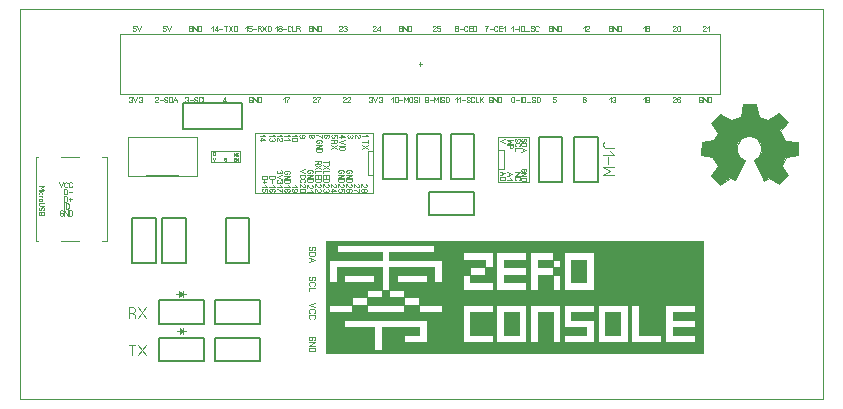
<source format=gbr>
%FSLAX34Y34*%
%MOMM*%
%LNCOPPER_BOTTOM*%
G71*
G01*
%ADD10C, 0.00*%
%ADD11C, 0.10*%
%ADD12C, 0.06*%
%ADD13C, 0.03*%
%ADD14C, 0.00*%
%ADD15C, 0.15*%
%ADD16C, 0.11*%
%ADD17R, 0.50X0.50*%
%ADD18C, 0.07*%
%LPD*%
G54D10*
X0Y1000000D02*
X680000Y1000000D01*
X680000Y670000D01*
X0Y670000D01*
X0Y1000000D01*
G54D11*
X338931Y955675D02*
X338931Y952500D01*
G54D11*
X337344Y954088D02*
X340519Y954088D01*
G54D11*
X84931Y979488D02*
X592931Y979488D01*
X592931Y928688D01*
X84931Y928688D01*
X84931Y979488D01*
G54D11*
X298813Y844337D02*
X199197Y844338D01*
G54D11*
X298813Y895733D02*
X199197Y895733D01*
G54D11*
X298813Y844337D02*
X298813Y895733D01*
G54D11*
X199197Y844338D02*
X199197Y895733D01*
G54D11*
X298813Y860212D02*
X294844Y860212D01*
G54D11*
X298813Y879858D02*
X294844Y879858D01*
G54D11*
X294844Y860212D02*
X294844Y879858D01*
G54D12*
X292480Y894153D02*
X294147Y892486D01*
X289702Y892486D01*
G54D12*
X283352Y891486D02*
X283352Y894153D01*
X283630Y894153D01*
X284186Y893819D01*
X285852Y891819D01*
X286408Y891486D01*
X286964Y891486D01*
X287519Y891819D01*
X287797Y892486D01*
X287797Y893153D01*
X287519Y893819D01*
X286964Y894153D01*
G54D12*
X280614Y894153D02*
X281169Y893819D01*
X281447Y893153D01*
X281447Y892486D01*
X281169Y891819D01*
X280614Y891486D01*
X280058Y891486D01*
X279502Y891819D01*
X279225Y892486D01*
X278947Y891819D01*
X278391Y891486D01*
X277836Y891486D01*
X277280Y891819D01*
X277002Y892486D01*
X277002Y893153D01*
X277280Y893819D01*
X277836Y894153D01*
G54D12*
X270256Y892153D02*
X274700Y892153D01*
X271922Y894153D01*
X271367Y894153D01*
X271367Y891486D01*
G54D12*
X267953Y891486D02*
X267953Y894153D01*
X266009Y894153D01*
X266009Y893819D01*
X266286Y893153D01*
X266286Y892486D01*
X266009Y891819D01*
X265453Y891486D01*
X264342Y891486D01*
X263786Y891819D01*
X263509Y892486D01*
X263509Y893153D01*
X263786Y893819D01*
X264342Y894153D01*
G54D12*
X260770Y891486D02*
X261325Y891819D01*
X261603Y892486D01*
X261603Y893153D01*
X261325Y893819D01*
X260770Y894153D01*
X259381Y894153D01*
X259103Y894153D01*
X259659Y893153D01*
X259659Y892486D01*
X259381Y891819D01*
X258825Y891486D01*
X257992Y891486D01*
X257436Y891819D01*
X257159Y892486D01*
X257159Y893153D01*
X257436Y893819D01*
X257992Y894153D01*
X259381Y894153D01*
G54D12*
X255253Y894153D02*
X255253Y891486D01*
X254698Y891819D01*
X253864Y892486D01*
X252753Y893153D01*
X251920Y893486D01*
X250809Y893486D01*
G54D12*
X246681Y892486D02*
X246681Y893153D01*
X246959Y893819D01*
X247514Y894153D01*
X248070Y894153D01*
X248625Y893819D01*
X248903Y893153D01*
X248903Y892486D01*
X248625Y891819D01*
X248070Y891486D01*
X247514Y891486D01*
X246959Y891819D01*
X246681Y892486D01*
X246403Y891819D01*
X245848Y891486D01*
X245292Y891486D01*
X244736Y891819D01*
X244459Y892486D01*
X244459Y893153D01*
X244736Y893819D01*
X245292Y894153D01*
X245848Y894153D01*
X246403Y893819D01*
X246681Y893153D01*
G54D12*
X237354Y894153D02*
X236799Y893819D01*
X236521Y893153D01*
X236521Y892486D01*
X236799Y891819D01*
X237354Y891486D01*
X238744Y891486D01*
X239021Y891486D01*
X238466Y892486D01*
X238466Y893153D01*
X238744Y893819D01*
X239299Y894153D01*
X240132Y894153D01*
X240688Y893819D01*
X240966Y893153D01*
X240966Y892486D01*
X240688Y891819D01*
X240132Y891486D01*
X238744Y891486D01*
G54D12*
X232949Y894153D02*
X234616Y892486D01*
X230171Y892486D01*
G54D12*
X233782Y888597D02*
X231004Y888597D01*
X230449Y888930D01*
X230171Y889597D01*
X230171Y890264D01*
X230449Y890930D01*
X231004Y891264D01*
X233782Y891264D01*
X234338Y890930D01*
X234616Y890264D01*
X234616Y889597D01*
X234338Y888930D01*
X233782Y888597D01*
G54D12*
X226599Y894153D02*
X228266Y892486D01*
X223821Y892486D01*
G54D12*
X226599Y891264D02*
X228266Y889597D01*
X223821Y889597D01*
G54D12*
X220249Y894153D02*
X221916Y892486D01*
X217471Y892486D01*
G54D12*
X217471Y888597D02*
X217471Y891264D01*
X217749Y891264D01*
X218304Y890930D01*
X219971Y888930D01*
X220527Y888597D01*
X221082Y888597D01*
X221638Y888930D01*
X221916Y889597D01*
X221916Y890264D01*
X221638Y890930D01*
X221082Y891264D01*
G54D12*
X213899Y894153D02*
X215566Y892486D01*
X211121Y892486D01*
G54D12*
X214732Y891264D02*
X215288Y890930D01*
X215566Y890264D01*
X215566Y889597D01*
X215288Y888930D01*
X214732Y888597D01*
X214177Y888597D01*
X213621Y888930D01*
X213344Y889597D01*
X213066Y888930D01*
X212510Y888597D01*
X211955Y888597D01*
X211399Y888930D01*
X211121Y889597D01*
X211121Y890264D01*
X211399Y890930D01*
X211954Y891264D01*
G54D12*
X205962Y894153D02*
X207628Y892486D01*
X203184Y892486D01*
G54D12*
X203184Y889264D02*
X207628Y889264D01*
X204850Y891264D01*
X204295Y891264D01*
X204295Y888597D01*
G54D12*
X207549Y851290D02*
X209216Y849623D01*
X204771Y849623D01*
G54D12*
X209216Y845734D02*
X209216Y848401D01*
X207271Y848401D01*
X207271Y848068D01*
X207549Y847401D01*
X207549Y846734D01*
X207271Y846068D01*
X206716Y845734D01*
X205604Y845734D01*
X205049Y846068D01*
X204771Y846734D01*
X204771Y847401D01*
X205049Y848068D01*
X205605Y848401D01*
G54D12*
X213899Y851290D02*
X215566Y849623D01*
X211121Y849623D01*
G54D12*
X214732Y845734D02*
X215288Y846068D01*
X215566Y846734D01*
X215566Y847401D01*
X215288Y848068D01*
X214732Y848401D01*
X213344Y848401D01*
X213066Y848401D01*
X213621Y847401D01*
X213621Y846734D01*
X213344Y846068D01*
X212788Y845734D01*
X211955Y845734D01*
X211399Y846068D01*
X211121Y846734D01*
X211121Y847401D01*
X211399Y848068D01*
X211955Y848401D01*
X213344Y848401D01*
G54D12*
X220249Y851290D02*
X221916Y849623D01*
X217471Y849623D01*
G54D12*
X221916Y848401D02*
X221916Y845734D01*
X221360Y846068D01*
X220527Y846734D01*
X219416Y847401D01*
X218582Y847734D01*
X217471Y847734D01*
G54D12*
X226599Y851290D02*
X228266Y849623D01*
X223821Y849623D01*
G54D12*
X226044Y846734D02*
X226044Y847401D01*
X226321Y848068D01*
X226877Y848401D01*
X227432Y848401D01*
X227988Y848068D01*
X228266Y847401D01*
X228266Y846734D01*
X227988Y846068D01*
X227432Y845734D01*
X226877Y845734D01*
X226321Y846068D01*
X226044Y846734D01*
X225766Y846068D01*
X225210Y845734D01*
X224654Y845734D01*
X224099Y846068D01*
X223821Y846734D01*
X223821Y847401D01*
X224099Y848068D01*
X224654Y848401D01*
X225210Y848401D01*
X225766Y848068D01*
X226044Y847401D01*
G54D12*
X232949Y851290D02*
X234616Y849623D01*
X230171Y849623D01*
G54D12*
X231004Y848401D02*
X230449Y848068D01*
X230171Y847401D01*
X230171Y846734D01*
X230449Y846068D01*
X231004Y845734D01*
X232394Y845734D01*
X232671Y845734D01*
X232116Y846734D01*
X232116Y847401D01*
X232394Y848068D01*
X232949Y848401D01*
X233782Y848401D01*
X234338Y848068D01*
X234616Y847401D01*
X234616Y846734D01*
X234338Y846068D01*
X233782Y845734D01*
X232394Y845734D01*
G54D12*
X236918Y849417D02*
X236918Y852084D01*
X237196Y852084D01*
X237752Y851751D01*
X239418Y849751D01*
X239974Y849417D01*
X240529Y849417D01*
X241085Y849751D01*
X241362Y850417D01*
X241362Y851084D01*
X241085Y851750D01*
X240529Y852084D01*
G54D12*
X240529Y845528D02*
X237751Y845528D01*
X237196Y845862D01*
X236918Y846528D01*
X236918Y847195D01*
X237196Y847862D01*
X237752Y848195D01*
X240529Y848195D01*
X241085Y847862D01*
X241362Y847195D01*
X241362Y846528D01*
X241085Y845862D01*
X240529Y845528D01*
G54D12*
X243268Y848623D02*
X243268Y851290D01*
X243546Y851290D01*
X244101Y850957D01*
X245768Y848957D01*
X246324Y848623D01*
X246879Y848623D01*
X247435Y848957D01*
X247712Y849623D01*
X247713Y850290D01*
X247435Y850957D01*
X246879Y851290D01*
G54D12*
X246046Y847401D02*
X247712Y845734D01*
X243268Y845734D01*
G54D12*
X250015Y849417D02*
X250015Y852084D01*
X250293Y852084D01*
X250848Y851751D01*
X252515Y849751D01*
X253071Y849417D01*
X253626Y849417D01*
X254182Y849751D01*
X254459Y850417D01*
X254459Y851084D01*
X254182Y851751D01*
X253626Y852084D01*
G54D12*
X250015Y845528D02*
X250015Y848195D01*
X250293Y848195D01*
X250848Y847862D01*
X252515Y845862D01*
X253071Y845528D01*
X253626Y845528D01*
X254182Y845862D01*
X254459Y846528D01*
X254459Y847195D01*
X254182Y847862D01*
X253626Y848195D01*
G54D12*
X256762Y849417D02*
X256762Y852084D01*
X257040Y852084D01*
X257595Y851751D01*
X259262Y849750D01*
X259817Y849417D01*
X260373Y849417D01*
X260928Y849751D01*
X261206Y850417D01*
X261206Y851084D01*
X260929Y851751D01*
X260373Y852084D01*
G54D12*
X260373Y848195D02*
X260929Y847862D01*
X261206Y847195D01*
X261206Y846528D01*
X260928Y845862D01*
X260373Y845528D01*
X259817Y845528D01*
X259262Y845862D01*
X258984Y846528D01*
X258706Y845862D01*
X258151Y845528D01*
X257595Y845528D01*
X257040Y845862D01*
X256762Y846528D01*
X256762Y847195D01*
X257040Y847862D01*
X257595Y848195D01*
G54D12*
X263112Y849417D02*
X263112Y852084D01*
X263390Y852084D01*
X263945Y851751D01*
X265612Y849751D01*
X266167Y849417D01*
X266723Y849417D01*
X267278Y849751D01*
X267556Y850417D01*
X267556Y851084D01*
X267278Y851751D01*
X266723Y852084D01*
G54D12*
X263112Y846195D02*
X267556Y846195D01*
X264778Y848195D01*
X264223Y848195D01*
X264223Y845528D01*
G54D12*
X269462Y849417D02*
X269462Y852084D01*
X269740Y852084D01*
X270295Y851751D01*
X271962Y849751D01*
X272517Y849417D01*
X273073Y849417D01*
X273628Y849751D01*
X273906Y850417D01*
X273906Y851084D01*
X273629Y851750D01*
X273073Y852084D01*
G54D12*
X273906Y845528D02*
X273906Y848195D01*
X271962Y848195D01*
X271962Y847862D01*
X272240Y847195D01*
X272240Y846528D01*
X271962Y845862D01*
X271406Y845528D01*
X270295Y845528D01*
X269740Y845862D01*
X269462Y846528D01*
X269462Y847195D01*
X269740Y847862D01*
X270295Y848195D01*
G54D12*
X276209Y849417D02*
X276209Y852084D01*
X276486Y852084D01*
X277042Y851750D01*
X278709Y849751D01*
X279264Y849417D01*
X279820Y849417D01*
X280375Y849751D01*
X280653Y850417D01*
X280653Y851084D01*
X280375Y851750D01*
X279820Y852084D01*
G54D12*
X279820Y845528D02*
X280375Y845862D01*
X280653Y846528D01*
X280653Y847195D01*
X280375Y847862D01*
X279820Y848195D01*
X278431Y848195D01*
X278153Y848195D01*
X278709Y847195D01*
X278709Y846528D01*
X278431Y845862D01*
X277875Y845528D01*
X277042Y845528D01*
X276486Y845862D01*
X276209Y846528D01*
X276209Y847195D01*
X276486Y847862D01*
X277042Y848195D01*
X278431Y848195D01*
G54D12*
X282559Y849417D02*
X282559Y852084D01*
X282836Y852084D01*
X283392Y851751D01*
X285059Y849751D01*
X285614Y849417D01*
X286170Y849417D01*
X286725Y849750D01*
X287003Y850417D01*
X287003Y851084D01*
X286725Y851751D01*
X286170Y852084D01*
G54D12*
X287003Y848195D02*
X287003Y845528D01*
X286448Y845862D01*
X285614Y846528D01*
X284503Y847195D01*
X283670Y847528D01*
X282559Y847528D01*
G54D12*
X288909Y849417D02*
X288909Y852084D01*
X289186Y852084D01*
X289742Y851751D01*
X291409Y849751D01*
X291964Y849417D01*
X292520Y849417D01*
X293075Y849751D01*
X293353Y850417D01*
X293353Y851084D01*
X293075Y851751D01*
X292520Y852084D01*
G54D12*
X291131Y846528D02*
X291131Y847195D01*
X291409Y847862D01*
X291964Y848195D01*
X292520Y848195D01*
X293075Y847862D01*
X293353Y847195D01*
X293353Y846528D01*
X293075Y845862D01*
X292520Y845528D01*
X291964Y845528D01*
X291409Y845862D01*
X291131Y846528D01*
X290853Y845862D01*
X290298Y845528D01*
X289742Y845528D01*
X289186Y845862D01*
X288909Y846528D01*
X288909Y847195D01*
X289186Y847862D01*
X289742Y848195D01*
X290298Y848195D01*
X290853Y847862D01*
X291131Y847195D01*
G54D12*
X256762Y870594D02*
X261206Y870594D01*
G54D12*
X261206Y871928D02*
X261206Y869261D01*
G54D12*
X261206Y868039D02*
X256762Y864705D01*
G54D12*
X256762Y868039D02*
X261206Y864705D01*
G54D12*
X261206Y863484D02*
X256762Y863484D01*
X256762Y861150D01*
G54D12*
X256762Y857595D02*
X256762Y859929D01*
X261206Y859929D01*
X261206Y857595D01*
G54D12*
X258984Y859929D02*
X258984Y857595D01*
G54D12*
X256762Y856374D02*
X261206Y856374D01*
X261206Y854707D01*
X260928Y854040D01*
X260373Y853707D01*
X257595Y853707D01*
X257040Y854040D01*
X256762Y854707D01*
X256762Y856374D01*
G54D12*
X252237Y870594D02*
X251682Y869594D01*
X251126Y869261D01*
X250015Y869261D01*
G54D12*
X250015Y871928D02*
X254459Y871928D01*
X254459Y870261D01*
X254182Y869594D01*
X253626Y869261D01*
X253071Y869261D01*
X252515Y869594D01*
X252237Y870261D01*
X252237Y871928D01*
G54D12*
X254459Y868039D02*
X250015Y864705D01*
G54D12*
X250015Y868039D02*
X254459Y864705D01*
G54D12*
X254459Y863484D02*
X250015Y863484D01*
X250015Y861150D01*
G54D12*
X250015Y857595D02*
X250015Y859929D01*
X254459Y859929D01*
X254459Y857595D01*
G54D12*
X252237Y859929D02*
X252237Y857595D01*
G54D12*
X250015Y856374D02*
X254459Y856374D01*
X254459Y854707D01*
X254182Y854040D01*
X253626Y853707D01*
X250848Y853707D01*
X250293Y854040D01*
X250015Y854707D01*
X250015Y856374D01*
G54D12*
X211121Y859228D02*
X215566Y859228D01*
X215566Y857561D01*
X215288Y856894D01*
X214732Y856561D01*
X211954Y856561D01*
X211399Y856894D01*
X211121Y857561D01*
X211121Y859228D01*
G54D12*
X213066Y855339D02*
X213066Y852672D01*
G54D12*
X204771Y859228D02*
X209216Y859228D01*
X209216Y857561D01*
X208938Y856894D01*
X208382Y856561D01*
X205605Y856561D01*
X205049Y856894D01*
X204771Y857561D01*
X204771Y859228D01*
G54D12*
X206716Y855339D02*
X206716Y852672D01*
G54D12*
X207827Y854005D02*
X205605Y854005D01*
G54D12*
X289702Y888057D02*
X294147Y888057D01*
G54D12*
X294147Y889390D02*
X294147Y886723D01*
G54D12*
X294147Y885501D02*
X289702Y882168D01*
G54D12*
X289702Y885501D02*
X294147Y882168D01*
G54D12*
X265731Y888057D02*
X265175Y887057D01*
X264620Y886724D01*
X263509Y886724D01*
G54D12*
X263509Y889390D02*
X267953Y889390D01*
X267953Y887723D01*
X267675Y887057D01*
X267120Y886723D01*
X266564Y886724D01*
X266009Y887057D01*
X265731Y887723D01*
X265731Y889390D01*
G54D12*
X267953Y885501D02*
X263509Y882168D01*
G54D12*
X263509Y885501D02*
X267953Y882168D01*
G54D12*
X253031Y888057D02*
X253031Y886723D01*
X251642Y886724D01*
X251086Y887057D01*
X250809Y887723D01*
X250809Y888390D01*
X251086Y889057D01*
X251642Y889390D01*
X254420Y889390D01*
X254975Y889057D01*
X255253Y888390D01*
X255253Y887723D01*
X254975Y887057D01*
X254420Y886724D01*
G54D12*
X250809Y885501D02*
X255253Y885501D01*
X250809Y882834D01*
X255253Y882834D01*
G54D12*
X250809Y881612D02*
X255253Y881612D01*
X255253Y879945D01*
X254975Y879279D01*
X254420Y878945D01*
X251642Y878946D01*
X251086Y879279D01*
X250809Y879946D01*
X250809Y881612D01*
G54D12*
X278431Y862657D02*
X278431Y861324D01*
X277042Y861324D01*
X276486Y861657D01*
X276209Y862323D01*
X276209Y862990D01*
X276486Y863657D01*
X277042Y863990D01*
X279820Y863990D01*
X280375Y863657D01*
X280653Y862990D01*
X280653Y862324D01*
X280375Y861657D01*
X279820Y861323D01*
G54D12*
X276209Y860101D02*
X280653Y860101D01*
X276209Y857434D01*
X280653Y857434D01*
G54D12*
X276209Y856212D02*
X280653Y856212D01*
X280653Y854545D01*
X280375Y853879D01*
X279820Y853545D01*
X277042Y853545D01*
X276486Y853879D01*
X276209Y854546D01*
X276209Y856212D01*
G54D12*
X271684Y862657D02*
X271684Y861323D01*
X270295Y861324D01*
X269740Y861657D01*
X269462Y862324D01*
X269462Y862990D01*
X269740Y863657D01*
X270295Y863990D01*
X273073Y863990D01*
X273628Y863657D01*
X273906Y862990D01*
X273906Y862324D01*
X273628Y861657D01*
X273073Y861323D01*
G54D12*
X269462Y860101D02*
X273906Y860101D01*
X269462Y857434D01*
X273906Y857434D01*
G54D12*
X269462Y856212D02*
X273906Y856212D01*
X273906Y854546D01*
X273628Y853879D01*
X273073Y853546D01*
X270295Y853546D01*
X269740Y853879D01*
X269462Y854546D01*
X269462Y856212D01*
G54D12*
X245490Y862657D02*
X245490Y861323D01*
X244102Y861323D01*
X243546Y861657D01*
X243268Y862324D01*
X243268Y862990D01*
X243546Y863657D01*
X244101Y863990D01*
X246879Y863990D01*
X247435Y863657D01*
X247712Y862990D01*
X247713Y862323D01*
X247435Y861657D01*
X246879Y861324D01*
G54D12*
X243268Y860101D02*
X247712Y860101D01*
X243268Y857434D01*
X247712Y857434D01*
G54D12*
X243268Y856212D02*
X247712Y856212D01*
X247713Y854546D01*
X247435Y853879D01*
X246879Y853545D01*
X244102Y853545D01*
X243546Y853879D01*
X243268Y854545D01*
X243268Y856212D01*
G54D12*
X226044Y861863D02*
X226044Y860530D01*
X224654Y860530D01*
X224099Y860863D01*
X223821Y861530D01*
X223821Y862196D01*
X224099Y862863D01*
X224654Y863196D01*
X227432Y863196D01*
X227988Y862863D01*
X228266Y862196D01*
X228266Y861530D01*
X227988Y860863D01*
X227432Y860530D01*
G54D12*
X223821Y859307D02*
X228266Y859307D01*
X223821Y856641D01*
X228266Y856641D01*
G54D12*
X223821Y855418D02*
X228266Y855418D01*
X228266Y853752D01*
X227988Y853085D01*
X227432Y852752D01*
X224654Y852752D01*
X224099Y853085D01*
X223821Y853752D01*
X223821Y855418D01*
G54D12*
X274700Y889390D02*
X270256Y887724D01*
X274700Y886057D01*
G54D12*
X270256Y884835D02*
X274700Y884835D01*
G54D12*
X273867Y880946D02*
X271089Y880946D01*
X270533Y881280D01*
X270256Y881946D01*
X270256Y882613D01*
X270533Y883280D01*
X271089Y883613D01*
X273867Y883613D01*
X274422Y883280D01*
X274700Y882613D01*
X274700Y881946D01*
X274422Y881280D01*
X273867Y880946D01*
G54D12*
X221082Y863990D02*
X221638Y863657D01*
X221916Y862990D01*
X221916Y862324D01*
X221638Y861657D01*
X221082Y861323D01*
X220527Y861323D01*
X219971Y861657D01*
X219694Y862323D01*
X219416Y861657D01*
X218860Y861324D01*
X218304Y861324D01*
X217749Y861657D01*
X217471Y862323D01*
X217471Y862990D01*
X217749Y863657D01*
X218304Y863990D01*
G54D12*
X221916Y860101D02*
X217471Y858434D01*
X221916Y856768D01*
G54D12*
X221082Y855546D02*
X221638Y855213D01*
X221916Y854546D01*
X221916Y853879D01*
X221638Y853213D01*
X221082Y852879D01*
X220527Y852879D01*
X219971Y853213D01*
X219694Y853879D01*
X219416Y853213D01*
X218860Y852879D01*
X218304Y852879D01*
X217749Y853213D01*
X217471Y853879D01*
X217471Y854546D01*
X217749Y855213D01*
X218304Y855546D01*
G54D12*
X241379Y864790D02*
X236935Y863124D01*
X241379Y861457D01*
G54D12*
X237768Y857569D02*
X237213Y857902D01*
X236935Y858569D01*
X236935Y859235D01*
X237213Y859902D01*
X237768Y860235D01*
X240546Y860235D01*
X241102Y859902D01*
X241379Y859235D01*
X241379Y858569D01*
X241102Y857902D01*
X240546Y857568D01*
G54D12*
X237768Y853680D02*
X237213Y854013D01*
X236935Y854680D01*
X236935Y855346D01*
X237213Y856013D01*
X237768Y856346D01*
X240546Y856346D01*
X241102Y856013D01*
X241379Y855346D01*
X241379Y854680D01*
X241102Y854013D01*
X240546Y853680D01*
G54D11*
X161528Y880070D02*
X186134Y880070D01*
X186134Y870545D01*
X161528Y870545D01*
X161528Y880070D01*
G54D13*
X163116Y874403D02*
X164116Y871736D01*
X165116Y874403D01*
G54D13*
X173838Y873069D02*
X174638Y873069D01*
X174638Y872236D01*
X174438Y871903D01*
X174038Y871736D01*
X173638Y871736D01*
X173238Y871903D01*
X173038Y872236D01*
X173038Y873903D01*
X173238Y874236D01*
X173638Y874403D01*
X174038Y874403D01*
X174438Y874236D01*
X174638Y873903D01*
G54D13*
X182375Y871736D02*
X180975Y871736D01*
X180975Y874403D01*
X182375Y874403D01*
G54D13*
X180975Y873069D02*
X182375Y873069D01*
G54D13*
X183108Y871736D02*
X183108Y874403D01*
X184708Y871736D01*
X184708Y874403D01*
G54D13*
X165112Y878665D02*
X165112Y876998D01*
X164912Y876665D01*
X164512Y876498D01*
X164112Y876498D01*
X163712Y876665D01*
X163512Y876998D01*
X163512Y878665D01*
X163712Y878998D01*
X164112Y879165D01*
X164512Y879165D01*
X164912Y878998D01*
X165112Y878665D01*
G54D13*
X180975Y876102D02*
X180975Y878768D01*
X182575Y876102D01*
X182575Y878768D01*
G54D13*
X184908Y876602D02*
X184708Y876268D01*
X184308Y876102D01*
X183908Y876102D01*
X183508Y876268D01*
X183308Y876602D01*
X183308Y878268D01*
X183508Y878602D01*
X183908Y878768D01*
X184308Y878768D01*
X184708Y878602D01*
X184908Y878268D01*
G54D14*
X133747Y859631D02*
X106759Y859631D01*
G54D11*
X149423Y858838D02*
X91083Y858838D01*
X91083Y892175D01*
X149423Y892175D01*
X149423Y858838D01*
G54D11*
X404416Y892175D02*
X430609Y892175D01*
X430609Y853678D01*
X404416Y853678D01*
X404416Y892175D01*
G54D11*
X405209Y881062D02*
X409972Y881062D01*
X409972Y865188D01*
X405209Y865188D01*
G54D12*
X410442Y890303D02*
X405997Y888637D01*
X410442Y886970D01*
G54D12*
X417049Y889709D02*
X412604Y889709D01*
X415382Y888042D01*
X412604Y886376D01*
X417049Y886376D01*
G54D12*
X412604Y885154D02*
X417049Y885154D01*
X417049Y883487D01*
X416771Y882821D01*
X416216Y882487D01*
X415660Y882487D01*
X415104Y882821D01*
X414827Y883487D01*
X414827Y885154D01*
G54D12*
X419536Y890588D02*
X418981Y890254D01*
X418703Y889588D01*
X418703Y888921D01*
X418981Y888254D01*
X419536Y887921D01*
X420092Y887921D01*
X420648Y888254D01*
X420925Y888921D01*
X420925Y889588D01*
X421203Y890254D01*
X421759Y890588D01*
X422314Y890588D01*
X422870Y890254D01*
X423148Y889588D01*
X423148Y888921D01*
X422870Y888254D01*
X422314Y887921D01*
G54D12*
X419536Y884032D02*
X418981Y884365D01*
X418703Y885032D01*
X418703Y885698D01*
X418981Y886365D01*
X419536Y886698D01*
X422314Y886698D01*
X422870Y886365D01*
X423148Y885698D01*
X423148Y885032D01*
X422870Y884365D01*
X422314Y884032D01*
G54D12*
X423148Y882810D02*
X418703Y882810D01*
X418703Y880476D01*
G54D12*
X425093Y890588D02*
X424537Y890254D01*
X424259Y889588D01*
X424259Y888921D01*
X424537Y888254D01*
X425093Y887921D01*
X425648Y887921D01*
X426204Y888254D01*
X426482Y888921D01*
X426482Y889588D01*
X426759Y890254D01*
X427315Y890588D01*
X427870Y890588D01*
X428426Y890254D01*
X428704Y889588D01*
X428704Y888921D01*
X428426Y888254D01*
X427870Y887921D01*
G54D12*
X424259Y886698D02*
X428704Y886698D01*
X428704Y885032D01*
X428426Y884365D01*
X427870Y884032D01*
X425093Y884032D01*
X424537Y884365D01*
X424259Y885032D01*
X424259Y886698D01*
G54D12*
X424259Y882810D02*
X428704Y881143D01*
X424259Y879476D01*
G54D12*
X425926Y882143D02*
X425926Y880143D01*
G54D12*
X406003Y862806D02*
X410448Y861140D01*
X406003Y859473D01*
G54D12*
X407670Y862140D02*
X407670Y860140D01*
G54D12*
X409614Y855585D02*
X406836Y855585D01*
X406281Y855918D01*
X406003Y856585D01*
X406003Y857251D01*
X406281Y857918D01*
X406836Y858251D01*
X409614Y858251D01*
X410170Y857918D01*
X410448Y857251D01*
X410448Y856585D01*
X410170Y855918D01*
X409614Y855585D01*
G54D12*
X412353Y862012D02*
X416798Y860346D01*
X412353Y858679D01*
G54D12*
X414020Y861346D02*
X414020Y859346D01*
G54D12*
X415131Y857458D02*
X416798Y855791D01*
X412353Y855791D01*
G54D12*
X418703Y862012D02*
X423148Y862012D01*
X418703Y859346D01*
X423148Y859346D01*
G54D12*
X419536Y855457D02*
X418981Y855790D01*
X418703Y856457D01*
X418703Y857124D01*
X418981Y857790D01*
X419536Y858124D01*
X422314Y858124D01*
X422870Y857790D01*
X423148Y857124D01*
X423148Y856457D01*
X422870Y855790D01*
X422314Y855457D01*
G54D12*
X426482Y863854D02*
X426482Y862521D01*
X425093Y862521D01*
X424537Y862854D01*
X424259Y863521D01*
X424259Y864188D01*
X424537Y864854D01*
X425093Y865188D01*
X427870Y865188D01*
X428426Y864854D01*
X428704Y864188D01*
X428704Y863521D01*
X428426Y862854D01*
X427870Y862521D01*
G54D12*
X424259Y861298D02*
X428704Y861298D01*
X424259Y858632D01*
X428704Y858632D01*
G54D12*
X424259Y857410D02*
X428704Y857410D01*
X428704Y855743D01*
X428426Y855076D01*
X427870Y854743D01*
X425093Y854743D01*
X424537Y855076D01*
X424259Y855743D01*
X424259Y857410D01*
G54D15*
X203175Y753744D02*
X203175Y733744D01*
X165175Y733744D01*
X165175Y753744D01*
X203175Y753744D01*
G54D15*
X203175Y721994D02*
X203175Y701994D01*
X165175Y701994D01*
X165175Y721994D01*
X203175Y721994D01*
G54D15*
X155550Y721994D02*
X155550Y701994D01*
X117550Y701994D01*
X117550Y721994D01*
X155550Y721994D01*
G54D15*
X155550Y753744D02*
X155550Y733744D01*
X117550Y733744D01*
X117550Y753744D01*
X155550Y753744D01*
G54D16*
X94742Y743426D02*
X96742Y742315D01*
X97408Y741203D01*
X97408Y738981D01*
G54D16*
X92075Y738981D02*
X92075Y747870D01*
X95408Y747870D01*
X96742Y747315D01*
X97408Y746203D01*
X97408Y745092D01*
X96742Y743981D01*
X95408Y743426D01*
X92075Y743426D01*
G54D16*
X99852Y747870D02*
X106519Y738981D01*
G54D16*
X99852Y738981D02*
X106519Y747870D01*
G54D16*
X94742Y707231D02*
X94742Y716120D01*
G54D16*
X92075Y716120D02*
X97408Y716120D01*
G54D16*
X99852Y716120D02*
X106519Y707231D01*
G54D16*
X99852Y707231D02*
X106519Y716120D01*
G54D12*
X139700Y925155D02*
X140033Y925710D01*
X140700Y925988D01*
X141367Y925988D01*
X142033Y925710D01*
X142367Y925155D01*
X142367Y924599D01*
X142033Y924044D01*
X141367Y923766D01*
X142033Y923488D01*
X142367Y922933D01*
X142367Y922377D01*
X142033Y921822D01*
X141367Y921544D01*
X140700Y921544D01*
X140033Y921822D01*
X139700Y922377D01*
G54D12*
X143589Y923488D02*
X146256Y923488D01*
G54D12*
X147478Y922377D02*
X147811Y921822D01*
X148478Y921544D01*
X149145Y921544D01*
X149811Y921822D01*
X150145Y922377D01*
X150145Y922933D01*
X149811Y923488D01*
X149145Y923766D01*
X148478Y923766D01*
X147811Y924044D01*
X147478Y924599D01*
X147478Y925155D01*
X147811Y925710D01*
X148478Y925988D01*
X149145Y925988D01*
X149811Y925710D01*
X150145Y925155D01*
G54D12*
X154034Y922377D02*
X153700Y921822D01*
X153034Y921544D01*
X152367Y921544D01*
X151700Y921822D01*
X151367Y922377D01*
X151367Y925155D01*
X151700Y925710D01*
X152367Y925988D01*
X153034Y925988D01*
X153700Y925710D01*
X154034Y925155D01*
G54D12*
X155256Y925988D02*
X155256Y921544D01*
X157589Y921544D01*
G54D12*
X116967Y921544D02*
X114300Y921544D01*
X114300Y921822D01*
X114633Y922377D01*
X116633Y924044D01*
X116967Y924599D01*
X116967Y925155D01*
X116633Y925710D01*
X115967Y925988D01*
X115300Y925988D01*
X114633Y925710D01*
X114300Y925155D01*
G54D12*
X118189Y923488D02*
X120856Y923488D01*
G54D12*
X122078Y922377D02*
X122411Y921822D01*
X123078Y921544D01*
X123745Y921544D01*
X124411Y921822D01*
X124745Y922377D01*
X124745Y922933D01*
X124411Y923488D01*
X123745Y923766D01*
X123078Y923766D01*
X122411Y924044D01*
X122078Y924599D01*
X122078Y925155D01*
X122411Y925710D01*
X123078Y925988D01*
X123745Y925988D01*
X124411Y925710D01*
X124745Y925155D01*
G54D12*
X125967Y921544D02*
X125967Y925988D01*
X127634Y925988D01*
X128300Y925710D01*
X128634Y925155D01*
X128634Y922377D01*
X128300Y921822D01*
X127634Y921544D01*
X125967Y921544D01*
G54D12*
X129856Y921544D02*
X131523Y925988D01*
X133189Y921544D01*
G54D12*
X130523Y923210D02*
X132523Y923210D01*
G54D15*
X307475Y894506D02*
X327475Y894506D01*
X327475Y856506D01*
X307475Y856506D01*
X307475Y894506D01*
G54D15*
X336050Y894506D02*
X356050Y894506D01*
X356050Y856506D01*
X336050Y856506D01*
X336050Y894506D01*
G54D15*
X364625Y894506D02*
X384625Y894506D01*
X384625Y856506D01*
X364625Y856506D01*
X364625Y894506D01*
G54D15*
X439238Y891729D02*
X459238Y891729D01*
X459238Y853729D01*
X439238Y853729D01*
X439238Y891729D01*
G54D11*
X611981Y919559D02*
X623094Y919559D01*
X625475Y909241D01*
X633016Y906066D01*
X642144Y912019D01*
X650081Y904875D01*
X643731Y896938D01*
X647303Y889000D01*
X658416Y887412D01*
X658416Y876697D01*
X648494Y875506D01*
X644922Y867172D01*
X650081Y859631D01*
X642541Y852091D01*
X633809Y857647D01*
X629444Y854869D01*
X621903Y871538D01*
G54D11*
X613172Y871538D02*
X605631Y855266D01*
X601266Y857250D01*
X592931Y851694D01*
X584597Y859234D01*
X590550Y867172D01*
X586978Y875506D01*
X576659Y876697D01*
X577056Y887412D01*
X587772Y889397D01*
X590550Y895747D01*
X584597Y904081D01*
X592534Y911622D01*
X601662Y906066D01*
X610394Y909241D01*
X611981Y919559D01*
G54D11*
G75*
G01X621634Y872222D02*
G03X613429Y872222I-4103J9666D01*
G01*
G36*
X577056Y887412D02*
X587772Y889397D01*
X590550Y895747D01*
X584597Y904081D01*
X592534Y911622D01*
X601662Y906066D01*
X610394Y909241D01*
X611981Y919559D01*
X623094Y919559D01*
X625475Y909241D01*
X633016Y906066D01*
X642144Y912019D01*
X650081Y904875D01*
X643731Y896938D01*
X647303Y889000D01*
X658416Y887412D01*
X658416Y876697D01*
X648494Y875506D01*
X644922Y867172D01*
X650081Y859631D01*
X642541Y852091D01*
X633809Y857647D01*
X629444Y854869D01*
X621506Y872331D01*
X622697Y872728D01*
X623888Y873522D01*
X626269Y875903D01*
X627856Y879078D01*
X628253Y881062D01*
X628253Y882650D01*
X627856Y885031D01*
X626666Y887809D01*
X624284Y890588D01*
X622300Y891778D01*
X620316Y892572D01*
X617934Y892969D01*
X615553Y892572D01*
X612378Y891778D01*
X609600Y889397D01*
X606822Y885428D01*
X606822Y879078D01*
X608012Y876697D01*
X609600Y874316D01*
X611981Y872331D01*
X613569Y872331D01*
X605631Y855266D01*
X601266Y857250D01*
X592931Y851694D01*
X584597Y859234D01*
X590550Y867172D01*
X577056Y887412D01*
G37*
G54D11*
X577056Y887412D02*
X587772Y889397D01*
X590550Y895747D01*
X584597Y904081D01*
X592534Y911622D01*
X601662Y906066D01*
X610394Y909241D01*
X611981Y919559D01*
X623094Y919559D01*
X625475Y909241D01*
X633016Y906066D01*
X642144Y912019D01*
X650081Y904875D01*
X643731Y896938D01*
X647303Y889000D01*
X658416Y887412D01*
X658416Y876697D01*
X648494Y875506D01*
X644922Y867172D01*
X650081Y859631D01*
X642541Y852091D01*
X633809Y857647D01*
X629444Y854869D01*
X621506Y872331D01*
X622697Y872728D01*
X623888Y873522D01*
X626269Y875903D01*
X627856Y879078D01*
X628253Y881062D01*
X628253Y882650D01*
X627856Y885031D01*
X626666Y887809D01*
X624284Y890588D01*
X622300Y891778D01*
X620316Y892572D01*
X617934Y892969D01*
X615553Y892572D01*
X612378Y891778D01*
X609600Y889397D01*
X606822Y885428D01*
X606822Y879078D01*
X608012Y876697D01*
X609600Y874316D01*
X611981Y872331D01*
X613569Y872331D01*
X605631Y855266D01*
X601266Y857250D01*
X592931Y851694D01*
X584597Y859234D01*
X590550Y867172D01*
X577056Y887412D01*
G36*
X577056Y887412D02*
X576659Y876697D01*
X586978Y875506D01*
X577056Y887412D01*
G37*
G54D11*
X577056Y887412D02*
X576659Y876697D01*
X586978Y875506D01*
X577056Y887412D01*
G54D12*
X161925Y984646D02*
X163592Y986313D01*
X163592Y981869D01*
G54D12*
X166814Y981869D02*
X166814Y986313D01*
X164814Y983535D01*
X164814Y982980D01*
X167481Y982980D01*
G54D12*
X168703Y983813D02*
X171370Y983813D01*
G54D12*
X173925Y981869D02*
X173925Y986313D01*
G54D12*
X172592Y986313D02*
X175259Y986313D01*
G54D12*
X176481Y986313D02*
X179814Y981869D01*
G54D12*
X176481Y981869D02*
X179814Y986313D01*
G54D12*
X181036Y981869D02*
X181036Y986313D01*
X182703Y986313D01*
X183369Y986035D01*
X183703Y985480D01*
X183703Y982702D01*
X183369Y982146D01*
X182703Y981869D01*
X181036Y981869D01*
G54D12*
X190500Y984646D02*
X192167Y986313D01*
X192167Y981869D01*
G54D12*
X196056Y986313D02*
X193389Y986313D01*
X193389Y984369D01*
X193722Y984369D01*
X194389Y984646D01*
X195056Y984646D01*
X195722Y984369D01*
X196056Y983813D01*
X196056Y982702D01*
X195722Y982146D01*
X195056Y981869D01*
X194389Y981869D01*
X193722Y982146D01*
X193389Y982702D01*
G54D12*
X197278Y983813D02*
X199945Y983813D01*
G54D12*
X202500Y984091D02*
X203500Y983535D01*
X203834Y982980D01*
X203834Y981869D01*
G54D12*
X201167Y981869D02*
X201167Y986313D01*
X202834Y986313D01*
X203500Y986035D01*
X203834Y985480D01*
X203834Y984924D01*
X203500Y984369D01*
X202834Y984091D01*
X201167Y984091D01*
G54D12*
X205056Y986313D02*
X208389Y981869D01*
G54D12*
X205056Y981869D02*
X208389Y986313D01*
G54D12*
X209611Y981869D02*
X209611Y986313D01*
X211278Y986313D01*
X211944Y986035D01*
X212278Y985480D01*
X212278Y982702D01*
X211944Y982146D01*
X211278Y981869D01*
X209611Y981869D01*
G54D12*
X415925Y984646D02*
X417592Y986313D01*
X417592Y981869D01*
G54D12*
X418814Y983813D02*
X421481Y983813D01*
G54D12*
X422703Y981869D02*
X422703Y986313D01*
G54D12*
X423925Y981869D02*
X423925Y986313D01*
X425592Y986313D01*
X426258Y986035D01*
X426592Y985480D01*
X426592Y982702D01*
X426258Y982146D01*
X425592Y981869D01*
X423925Y981869D01*
G54D12*
X427814Y981869D02*
X431147Y981869D01*
G54D12*
X432369Y982702D02*
X432702Y982146D01*
X433369Y981869D01*
X434036Y981869D01*
X434702Y982146D01*
X435036Y982702D01*
X435036Y983258D01*
X434702Y983813D01*
X434036Y984091D01*
X433369Y984091D01*
X432702Y984369D01*
X432369Y984924D01*
X432369Y985480D01*
X432702Y986035D01*
X433369Y986313D01*
X434036Y986313D01*
X434702Y986035D01*
X435036Y985480D01*
G54D12*
X438925Y982702D02*
X438591Y982146D01*
X437925Y981869D01*
X437258Y981869D01*
X436591Y982146D01*
X436258Y982702D01*
X436258Y985480D01*
X436591Y986035D01*
X437258Y986313D01*
X437925Y986313D01*
X438591Y986035D01*
X438925Y985480D01*
G54D12*
X418592Y925155D02*
X418592Y922377D01*
X418258Y921822D01*
X417592Y921544D01*
X416925Y921544D01*
X416258Y921822D01*
X415925Y922377D01*
X415925Y925155D01*
X416258Y925710D01*
X416925Y925988D01*
X417592Y925988D01*
X418258Y925710D01*
X418592Y925155D01*
G54D12*
X419814Y923488D02*
X422481Y923488D01*
G54D12*
X423703Y921544D02*
X423703Y925988D01*
G54D12*
X424925Y921544D02*
X424925Y925988D01*
X426592Y925988D01*
X427258Y925710D01*
X427592Y925155D01*
X427592Y922377D01*
X427258Y921822D01*
X426592Y921544D01*
X424925Y921544D01*
G54D12*
X428814Y921544D02*
X432147Y921544D01*
G54D12*
X433369Y922377D02*
X433702Y921822D01*
X434369Y921544D01*
X435036Y921544D01*
X435702Y921822D01*
X436036Y922377D01*
X436036Y922933D01*
X435702Y923488D01*
X435036Y923766D01*
X434369Y923766D01*
X433702Y924044D01*
X433369Y924599D01*
X433369Y925155D01*
X433702Y925710D01*
X434369Y925988D01*
X435036Y925988D01*
X435702Y925710D01*
X436036Y925155D01*
G54D12*
X437258Y921544D02*
X437258Y925988D01*
X438925Y925988D01*
X439591Y925710D01*
X439925Y925155D01*
X439925Y922377D01*
X439591Y921822D01*
X438925Y921544D01*
X437258Y921544D01*
G54D12*
X144208Y984091D02*
X145542Y984091D01*
X145542Y982702D01*
X145208Y982146D01*
X144542Y981869D01*
X143875Y981869D01*
X143208Y982146D01*
X142875Y982702D01*
X142875Y985480D01*
X143208Y986035D01*
X143875Y986313D01*
X144542Y986313D01*
X145208Y986035D01*
X145542Y985480D01*
G54D12*
X146764Y981869D02*
X146764Y986313D01*
X149431Y981869D01*
X149431Y986313D01*
G54D12*
X150653Y981869D02*
X150653Y986313D01*
X152320Y986313D01*
X152986Y986035D01*
X153320Y985480D01*
X153320Y982702D01*
X152986Y982146D01*
X152320Y981869D01*
X150653Y981869D01*
G54D12*
X195008Y923766D02*
X196342Y923766D01*
X196342Y922377D01*
X196008Y921822D01*
X195342Y921544D01*
X194675Y921544D01*
X194008Y921822D01*
X193675Y922377D01*
X193675Y925155D01*
X194008Y925710D01*
X194675Y925988D01*
X195342Y925988D01*
X196008Y925710D01*
X196342Y925155D01*
G54D12*
X197564Y921544D02*
X197564Y925988D01*
X200231Y921544D01*
X200231Y925988D01*
G54D12*
X201453Y921544D02*
X201453Y925988D01*
X203120Y925988D01*
X203786Y925710D01*
X204120Y925155D01*
X204120Y922377D01*
X203786Y921822D01*
X203120Y921544D01*
X201453Y921544D01*
G54D12*
X245808Y984091D02*
X247142Y984091D01*
X247142Y982702D01*
X246808Y982146D01*
X246142Y981869D01*
X245475Y981869D01*
X244808Y982146D01*
X244475Y982702D01*
X244475Y985480D01*
X244808Y986035D01*
X245475Y986313D01*
X246142Y986313D01*
X246808Y986035D01*
X247142Y985480D01*
G54D12*
X248364Y981869D02*
X248364Y986313D01*
X251031Y981869D01*
X251031Y986313D01*
G54D12*
X252253Y981869D02*
X252253Y986313D01*
X253920Y986313D01*
X254586Y986035D01*
X254920Y985480D01*
X254920Y982702D01*
X254586Y982146D01*
X253920Y981869D01*
X252253Y981869D01*
G54D12*
X322008Y984091D02*
X323342Y984091D01*
X323342Y982702D01*
X323008Y982146D01*
X322342Y981869D01*
X321675Y981869D01*
X321008Y982146D01*
X320675Y982702D01*
X320675Y985480D01*
X321008Y986035D01*
X321675Y986313D01*
X322342Y986313D01*
X323008Y986035D01*
X323342Y985480D01*
G54D12*
X324564Y981869D02*
X324564Y986313D01*
X327231Y981869D01*
X327231Y986313D01*
G54D12*
X328453Y981869D02*
X328453Y986313D01*
X330120Y986313D01*
X330786Y986035D01*
X331120Y985480D01*
X331120Y982702D01*
X330786Y982146D01*
X330120Y981869D01*
X328453Y981869D01*
G54D12*
X449008Y984091D02*
X450342Y984091D01*
X450342Y982702D01*
X450008Y982146D01*
X449342Y981869D01*
X448675Y981869D01*
X448008Y982146D01*
X447675Y982702D01*
X447675Y985480D01*
X448008Y986035D01*
X448675Y986313D01*
X449342Y986313D01*
X450008Y986035D01*
X450342Y985480D01*
G54D12*
X451564Y981869D02*
X451564Y986313D01*
X454231Y981869D01*
X454231Y986313D01*
G54D12*
X455453Y981869D02*
X455453Y986313D01*
X457120Y986313D01*
X457786Y986035D01*
X458120Y985480D01*
X458120Y982702D01*
X457786Y982146D01*
X457120Y981869D01*
X455453Y981869D01*
G54D12*
X499808Y984091D02*
X501142Y984091D01*
X501142Y982702D01*
X500808Y982146D01*
X500142Y981869D01*
X499475Y981869D01*
X498808Y982146D01*
X498475Y982702D01*
X498475Y985480D01*
X498808Y986035D01*
X499475Y986313D01*
X500142Y986313D01*
X500808Y986035D01*
X501142Y985480D01*
G54D12*
X502364Y981869D02*
X502364Y986313D01*
X505031Y981869D01*
X505031Y986313D01*
G54D12*
X506253Y981869D02*
X506253Y986313D01*
X507920Y986313D01*
X508586Y986035D01*
X508920Y985480D01*
X508920Y982702D01*
X508586Y982146D01*
X507920Y981869D01*
X506253Y981869D01*
G54D12*
X576008Y923766D02*
X577342Y923766D01*
X577342Y922377D01*
X577008Y921822D01*
X576342Y921544D01*
X575675Y921544D01*
X575008Y921822D01*
X574675Y922377D01*
X574675Y925155D01*
X575008Y925710D01*
X575675Y925988D01*
X576342Y925988D01*
X577008Y925710D01*
X577342Y925155D01*
G54D12*
X578564Y921544D02*
X578564Y925988D01*
X581231Y921544D01*
X581231Y925988D01*
G54D12*
X582453Y921544D02*
X582453Y925988D01*
X584120Y925988D01*
X584786Y925710D01*
X585120Y925155D01*
X585120Y922377D01*
X584786Y921822D01*
X584120Y921544D01*
X582453Y921544D01*
G54D12*
X398208Y923766D02*
X399542Y923766D01*
X399542Y922377D01*
X399208Y921822D01*
X398542Y921544D01*
X397875Y921544D01*
X397208Y921822D01*
X396875Y922377D01*
X396875Y925155D01*
X397208Y925710D01*
X397875Y925988D01*
X398542Y925988D01*
X399208Y925710D01*
X399542Y925155D01*
G54D12*
X400764Y921544D02*
X400764Y925988D01*
X403431Y921544D01*
X403431Y925988D01*
G54D12*
X404653Y921544D02*
X404653Y925988D01*
X406320Y925988D01*
X406986Y925710D01*
X407320Y925155D01*
X407320Y922377D01*
X406986Y921822D01*
X406320Y921544D01*
X404653Y921544D01*
G54D12*
X97917Y986313D02*
X95250Y986313D01*
X95250Y984369D01*
X95583Y984369D01*
X96250Y984646D01*
X96917Y984646D01*
X97583Y984369D01*
X97917Y983813D01*
X97917Y982702D01*
X97583Y982146D01*
X96917Y981869D01*
X96250Y981869D01*
X95583Y982146D01*
X95250Y982702D01*
G54D12*
X99139Y986313D02*
X100806Y981869D01*
X102472Y986313D01*
G54D12*
X123317Y986313D02*
X120650Y986313D01*
X120650Y984369D01*
X120983Y984369D01*
X121650Y984646D01*
X122317Y984646D01*
X122983Y984369D01*
X123317Y983813D01*
X123317Y982702D01*
X122983Y982146D01*
X122317Y981869D01*
X121650Y981869D01*
X120983Y982146D01*
X120650Y982702D01*
G54D12*
X124539Y986313D02*
X126206Y981869D01*
X127872Y986313D01*
G54D12*
X92075Y925155D02*
X92408Y925710D01*
X93075Y925988D01*
X93742Y925988D01*
X94408Y925710D01*
X94742Y925155D01*
X94742Y924599D01*
X94408Y924044D01*
X93742Y923766D01*
X94408Y923488D01*
X94742Y922933D01*
X94742Y922377D01*
X94408Y921822D01*
X93742Y921544D01*
X93075Y921544D01*
X92408Y921822D01*
X92075Y922377D01*
G54D12*
X95964Y925988D02*
X97631Y921544D01*
X99297Y925988D01*
G54D12*
X100519Y925155D02*
X100852Y925710D01*
X101519Y925988D01*
X102186Y925988D01*
X102852Y925710D01*
X103186Y925155D01*
X103186Y924599D01*
X102852Y924044D01*
X102186Y923766D01*
X102852Y923488D01*
X103186Y922933D01*
X103186Y922377D01*
X102852Y921822D01*
X102186Y921544D01*
X101519Y921544D01*
X100852Y921822D01*
X100519Y922377D01*
G54D12*
X173450Y921544D02*
X173450Y925988D01*
X171450Y923210D01*
X171450Y922655D01*
X174117Y922655D01*
G54D12*
X215900Y984646D02*
X217567Y986313D01*
X217567Y981869D01*
G54D12*
X220456Y984091D02*
X219789Y984091D01*
X219122Y984369D01*
X218789Y984924D01*
X218789Y985480D01*
X219122Y986035D01*
X219789Y986313D01*
X220456Y986313D01*
X221122Y986035D01*
X221456Y985480D01*
X221456Y984924D01*
X221122Y984369D01*
X220456Y984091D01*
X221122Y983813D01*
X221456Y983258D01*
X221456Y982702D01*
X221122Y982146D01*
X220456Y981869D01*
X219789Y981869D01*
X219122Y982146D01*
X218789Y982702D01*
X218789Y983258D01*
X219122Y983813D01*
X219789Y984091D01*
G54D12*
X222678Y983813D02*
X225345Y983813D01*
G54D12*
X229234Y982702D02*
X228900Y982146D01*
X228234Y981869D01*
X227567Y981869D01*
X226900Y982146D01*
X226567Y982702D01*
X226567Y985480D01*
X226900Y986035D01*
X227567Y986313D01*
X228234Y986313D01*
X228900Y986035D01*
X229234Y985480D01*
G54D12*
X230456Y986313D02*
X230456Y981869D01*
X232789Y981869D01*
G54D12*
X235344Y984091D02*
X236344Y983535D01*
X236678Y982980D01*
X236678Y981869D01*
G54D12*
X234011Y981869D02*
X234011Y986313D01*
X235678Y986313D01*
X236344Y986035D01*
X236678Y985480D01*
X236678Y984924D01*
X236344Y984369D01*
X235678Y984091D01*
X234011Y984091D01*
G54D12*
X272542Y981869D02*
X269875Y981869D01*
X269875Y982146D01*
X270208Y982702D01*
X272208Y984369D01*
X272542Y984924D01*
X272542Y985480D01*
X272208Y986035D01*
X271542Y986313D01*
X270875Y986313D01*
X270208Y986035D01*
X269875Y985480D01*
G54D12*
X273764Y985480D02*
X274097Y986035D01*
X274764Y986313D01*
X275431Y986313D01*
X276097Y986035D01*
X276431Y985480D01*
X276431Y984924D01*
X276097Y984369D01*
X275431Y984091D01*
X276097Y983813D01*
X276431Y983258D01*
X276431Y982702D01*
X276097Y982146D01*
X275431Y981869D01*
X274764Y981869D01*
X274097Y982146D01*
X273764Y982702D01*
G54D12*
X301117Y981869D02*
X298450Y981869D01*
X298450Y982146D01*
X298783Y982702D01*
X300783Y984369D01*
X301117Y984924D01*
X301117Y985480D01*
X300783Y986035D01*
X300117Y986313D01*
X299450Y986313D01*
X298783Y986035D01*
X298450Y985480D01*
G54D12*
X304339Y981869D02*
X304339Y986313D01*
X302339Y983535D01*
X302339Y982980D01*
X305006Y982980D01*
G54D12*
X351917Y981869D02*
X349250Y981869D01*
X349250Y982146D01*
X349583Y982702D01*
X351583Y984369D01*
X351917Y984924D01*
X351917Y985480D01*
X351583Y986035D01*
X350917Y986313D01*
X350250Y986313D01*
X349583Y986035D01*
X349250Y985480D01*
G54D12*
X355806Y986313D02*
X353139Y986313D01*
X353139Y984369D01*
X353472Y984369D01*
X354139Y984646D01*
X354806Y984646D01*
X355472Y984369D01*
X355806Y983813D01*
X355806Y982702D01*
X355472Y982146D01*
X354806Y981869D01*
X354139Y981869D01*
X353472Y982146D01*
X353139Y982702D01*
G54D12*
X369967Y984091D02*
X369300Y984091D01*
X368633Y984369D01*
X368300Y984924D01*
X368300Y985480D01*
X368633Y986035D01*
X369300Y986313D01*
X369967Y986313D01*
X370633Y986035D01*
X370967Y985480D01*
X370967Y984924D01*
X370633Y984369D01*
X369967Y984091D01*
X370633Y983813D01*
X370967Y983258D01*
X370967Y982702D01*
X370633Y982146D01*
X369967Y981869D01*
X369300Y981869D01*
X368633Y982146D01*
X368300Y982702D01*
X368300Y983258D01*
X368633Y983813D01*
X369300Y984091D01*
G54D12*
X372189Y983813D02*
X374856Y983813D01*
G54D12*
X378745Y982702D02*
X378411Y982146D01*
X377745Y981869D01*
X377078Y981869D01*
X376411Y982146D01*
X376078Y982702D01*
X376078Y985480D01*
X376411Y986035D01*
X377078Y986313D01*
X377745Y986313D01*
X378411Y986035D01*
X378745Y985480D01*
G54D12*
X382300Y981869D02*
X379967Y981869D01*
X379967Y986313D01*
X382300Y986313D01*
G54D12*
X379967Y984091D02*
X382300Y984091D01*
G54D12*
X386189Y985480D02*
X386189Y982702D01*
X385855Y982146D01*
X385189Y981869D01*
X384522Y981869D01*
X383855Y982146D01*
X383522Y982702D01*
X383522Y985480D01*
X383855Y986035D01*
X384522Y986313D01*
X385189Y986313D01*
X385855Y986035D01*
X386189Y985480D01*
G54D12*
X393700Y986313D02*
X396367Y986313D01*
X396033Y985758D01*
X395367Y984924D01*
X394700Y983813D01*
X394367Y982980D01*
X394367Y981869D01*
G54D12*
X397589Y983813D02*
X400256Y983813D01*
G54D12*
X404145Y982702D02*
X403811Y982146D01*
X403145Y981869D01*
X402478Y981869D01*
X401811Y982146D01*
X401478Y982702D01*
X401478Y985480D01*
X401811Y986035D01*
X402478Y986313D01*
X403145Y986313D01*
X403811Y986035D01*
X404145Y985480D01*
G54D12*
X407700Y981869D02*
X405367Y981869D01*
X405367Y986313D01*
X407700Y986313D01*
G54D12*
X405367Y984091D02*
X407700Y984091D01*
G54D12*
X408922Y984646D02*
X410589Y986313D01*
X410589Y981869D01*
G54D12*
X476250Y984646D02*
X477917Y986313D01*
X477917Y981869D01*
G54D12*
X481806Y981869D02*
X479139Y981869D01*
X479139Y982146D01*
X479472Y982702D01*
X481472Y984369D01*
X481806Y984924D01*
X481806Y985480D01*
X481472Y986035D01*
X480806Y986313D01*
X480139Y986313D01*
X479472Y986035D01*
X479139Y985480D01*
G54D12*
X527050Y984646D02*
X528717Y986313D01*
X528717Y981869D01*
G54D12*
X532606Y985480D02*
X532272Y986035D01*
X531606Y986313D01*
X530939Y986313D01*
X530272Y986035D01*
X529939Y985480D01*
X529939Y984091D01*
X529939Y983813D01*
X530939Y984369D01*
X531606Y984369D01*
X532272Y984091D01*
X532606Y983535D01*
X532606Y982702D01*
X532272Y982146D01*
X531606Y981869D01*
X530939Y981869D01*
X530272Y982146D01*
X529939Y982702D01*
X529939Y984091D01*
G54D12*
X555117Y981869D02*
X552450Y981869D01*
X552450Y982146D01*
X552783Y982702D01*
X554783Y984369D01*
X555117Y984924D01*
X555117Y985480D01*
X554783Y986035D01*
X554117Y986313D01*
X553450Y986313D01*
X552783Y986035D01*
X552450Y985480D01*
G54D12*
X559006Y985480D02*
X559006Y982702D01*
X558672Y982146D01*
X558006Y981869D01*
X557339Y981869D01*
X556672Y982146D01*
X556339Y982702D01*
X556339Y985480D01*
X556672Y986035D01*
X557339Y986313D01*
X558006Y986313D01*
X558672Y986035D01*
X559006Y985480D01*
G54D12*
X580517Y981869D02*
X577850Y981869D01*
X577850Y982146D01*
X578183Y982702D01*
X580183Y984369D01*
X580517Y984924D01*
X580517Y985480D01*
X580183Y986035D01*
X579517Y986313D01*
X578850Y986313D01*
X578183Y986035D01*
X577850Y985480D01*
G54D12*
X581739Y984646D02*
X583406Y986313D01*
X583406Y981869D01*
G54D12*
X555117Y921544D02*
X552450Y921544D01*
X552450Y921822D01*
X552783Y922377D01*
X554783Y924044D01*
X555117Y924599D01*
X555117Y925155D01*
X554783Y925710D01*
X554117Y925988D01*
X553450Y925988D01*
X552783Y925710D01*
X552450Y925155D01*
G54D12*
X559006Y925155D02*
X558672Y925710D01*
X558006Y925988D01*
X557339Y925988D01*
X556672Y925710D01*
X556339Y925155D01*
X556339Y923766D01*
X556339Y923488D01*
X557339Y924044D01*
X558006Y924044D01*
X558672Y923766D01*
X559006Y923210D01*
X559006Y922377D01*
X558672Y921822D01*
X558006Y921544D01*
X557339Y921544D01*
X556672Y921822D01*
X556339Y922377D01*
X556339Y923766D01*
G54D12*
X527050Y924322D02*
X528717Y925988D01*
X528717Y921544D01*
G54D12*
X529939Y922377D02*
X530272Y921822D01*
X530939Y921544D01*
X531606Y921544D01*
X532272Y921822D01*
X532606Y922377D01*
X532606Y923766D01*
X532606Y924044D01*
X531606Y923488D01*
X530939Y923488D01*
X530272Y923766D01*
X529939Y924322D01*
X529939Y925155D01*
X530272Y925710D01*
X530939Y925988D01*
X531606Y925988D01*
X532272Y925710D01*
X532606Y925155D01*
X532606Y923766D01*
G54D12*
X498475Y924322D02*
X500142Y925988D01*
X500142Y921544D01*
G54D12*
X501364Y925155D02*
X501697Y925710D01*
X502364Y925988D01*
X503031Y925988D01*
X503697Y925710D01*
X504031Y925155D01*
X504031Y924599D01*
X503697Y924044D01*
X503031Y923766D01*
X503697Y923488D01*
X504031Y922933D01*
X504031Y922377D01*
X503697Y921822D01*
X503031Y921544D01*
X502364Y921544D01*
X501697Y921822D01*
X501364Y922377D01*
G54D12*
X478917Y925155D02*
X478583Y925710D01*
X477917Y925988D01*
X477250Y925988D01*
X476583Y925710D01*
X476250Y925155D01*
X476250Y923766D01*
X476250Y923488D01*
X477250Y924044D01*
X477917Y924044D01*
X478583Y923766D01*
X478917Y923210D01*
X478917Y922377D01*
X478583Y921822D01*
X477917Y921544D01*
X477250Y921544D01*
X476583Y921822D01*
X476250Y922377D01*
X476250Y923766D01*
G54D12*
X453517Y925988D02*
X450850Y925988D01*
X450850Y924044D01*
X451183Y924044D01*
X451850Y924322D01*
X452517Y924322D01*
X453183Y924044D01*
X453517Y923488D01*
X453517Y922377D01*
X453183Y921822D01*
X452517Y921544D01*
X451850Y921544D01*
X451183Y921822D01*
X450850Y922377D01*
G54D12*
X222250Y924322D02*
X223917Y925988D01*
X223917Y921544D01*
G54D12*
X225139Y925988D02*
X227806Y925988D01*
X227472Y925433D01*
X226806Y924599D01*
X226139Y923488D01*
X225806Y922655D01*
X225806Y921544D01*
G54D12*
X250317Y921544D02*
X247650Y921544D01*
X247650Y921822D01*
X247983Y922377D01*
X249983Y924044D01*
X250317Y924599D01*
X250317Y925155D01*
X249983Y925710D01*
X249317Y925988D01*
X248650Y925988D01*
X247983Y925710D01*
X247650Y925155D01*
G54D12*
X251539Y925988D02*
X254206Y925988D01*
X253872Y925433D01*
X253206Y924599D01*
X252539Y923488D01*
X252206Y922655D01*
X252206Y921544D01*
G54D12*
X275717Y921544D02*
X273050Y921544D01*
X273050Y921822D01*
X273383Y922377D01*
X275383Y924044D01*
X275717Y924599D01*
X275717Y925155D01*
X275383Y925710D01*
X274717Y925988D01*
X274050Y925988D01*
X273383Y925710D01*
X273050Y925155D01*
G54D12*
X279606Y921544D02*
X276939Y921544D01*
X276939Y921822D01*
X277272Y922377D01*
X279272Y924044D01*
X279606Y924599D01*
X279606Y925155D01*
X279272Y925710D01*
X278606Y925988D01*
X277939Y925988D01*
X277272Y925710D01*
X276939Y925155D01*
G54D12*
X295275Y925155D02*
X295608Y925710D01*
X296275Y925988D01*
X296942Y925988D01*
X297608Y925710D01*
X297942Y925155D01*
X297942Y924599D01*
X297608Y924044D01*
X296942Y923766D01*
X297608Y923488D01*
X297942Y922933D01*
X297942Y922377D01*
X297608Y921822D01*
X296942Y921544D01*
X296275Y921544D01*
X295608Y921822D01*
X295275Y922377D01*
G54D12*
X299164Y925988D02*
X300831Y921544D01*
X302497Y925988D01*
G54D12*
X303719Y925155D02*
X304052Y925710D01*
X304719Y925988D01*
X305386Y925988D01*
X306052Y925710D01*
X306386Y925155D01*
X306386Y924599D01*
X306052Y924044D01*
X305386Y923766D01*
X306052Y923488D01*
X306386Y922933D01*
X306386Y922377D01*
X306052Y921822D01*
X305386Y921544D01*
X304719Y921544D01*
X304052Y921822D01*
X303719Y922377D01*
G54D12*
X314325Y924322D02*
X315992Y925988D01*
X315992Y921544D01*
G54D12*
X319881Y925155D02*
X319881Y922377D01*
X319547Y921822D01*
X318881Y921544D01*
X318214Y921544D01*
X317547Y921822D01*
X317214Y922377D01*
X317214Y925155D01*
X317547Y925710D01*
X318214Y925988D01*
X318881Y925988D01*
X319547Y925710D01*
X319881Y925155D01*
G54D12*
X321103Y923488D02*
X323770Y923488D01*
G54D12*
X324992Y921544D02*
X324992Y925988D01*
X326659Y923210D01*
X328325Y925988D01*
X328325Y921544D01*
G54D12*
X332214Y925155D02*
X332214Y922377D01*
X331880Y921822D01*
X331214Y921544D01*
X330547Y921544D01*
X329880Y921822D01*
X329547Y922377D01*
X329547Y925155D01*
X329880Y925710D01*
X330547Y925988D01*
X331214Y925988D01*
X331880Y925710D01*
X332214Y925155D01*
G54D12*
X333436Y922377D02*
X333769Y921822D01*
X334436Y921544D01*
X335103Y921544D01*
X335769Y921822D01*
X336103Y922377D01*
X336103Y922933D01*
X335769Y923488D01*
X335103Y923766D01*
X334436Y923766D01*
X333769Y924044D01*
X333436Y924599D01*
X333436Y925155D01*
X333769Y925710D01*
X334436Y925988D01*
X335103Y925988D01*
X335769Y925710D01*
X336103Y925155D01*
G54D12*
X337325Y921544D02*
X337325Y925988D01*
G54D12*
X342900Y922377D02*
X343233Y921822D01*
X343900Y921544D01*
X344567Y921544D01*
X345233Y921822D01*
X345567Y922377D01*
X345567Y923766D01*
X345567Y924044D01*
X344567Y923488D01*
X343900Y923488D01*
X343233Y923766D01*
X342900Y924322D01*
X342900Y925155D01*
X343233Y925710D01*
X343900Y925988D01*
X344567Y925988D01*
X345233Y925710D01*
X345567Y925155D01*
X345567Y923766D01*
G54D12*
X346789Y923488D02*
X349456Y923488D01*
G54D12*
X350678Y921544D02*
X350678Y925988D01*
X352345Y923210D01*
X354011Y925988D01*
X354011Y921544D01*
G54D12*
X355233Y921544D02*
X355233Y925988D01*
G54D12*
X356455Y922377D02*
X356788Y921822D01*
X357455Y921544D01*
X358122Y921544D01*
X358788Y921822D01*
X359122Y922377D01*
X359122Y922933D01*
X358788Y923488D01*
X358122Y923766D01*
X357455Y923766D01*
X356788Y924044D01*
X356455Y924599D01*
X356455Y925155D01*
X356788Y925710D01*
X357455Y925988D01*
X358122Y925988D01*
X358788Y925710D01*
X359122Y925155D01*
G54D12*
X363011Y925155D02*
X363011Y922377D01*
X362677Y921822D01*
X362011Y921544D01*
X361344Y921544D01*
X360677Y921822D01*
X360344Y922377D01*
X360344Y925155D01*
X360677Y925710D01*
X361344Y925988D01*
X362011Y925988D01*
X362677Y925710D01*
X363011Y925155D01*
G54D12*
X368300Y924322D02*
X369967Y925988D01*
X369967Y921544D01*
G54D12*
X371189Y924322D02*
X372856Y925988D01*
X372856Y921544D01*
G54D12*
X374078Y923488D02*
X376745Y923488D01*
G54D12*
X377967Y922377D02*
X378300Y921822D01*
X378967Y921544D01*
X379634Y921544D01*
X380300Y921822D01*
X380634Y922377D01*
X380634Y922933D01*
X380300Y923488D01*
X379634Y923766D01*
X378967Y923766D01*
X378300Y924044D01*
X377967Y924599D01*
X377967Y925155D01*
X378300Y925710D01*
X378967Y925988D01*
X379634Y925988D01*
X380300Y925710D01*
X380634Y925155D01*
G54D12*
X384523Y922377D02*
X384189Y921822D01*
X383523Y921544D01*
X382856Y921544D01*
X382189Y921822D01*
X381856Y922377D01*
X381856Y925155D01*
X382189Y925710D01*
X382856Y925988D01*
X383523Y925988D01*
X384189Y925710D01*
X384523Y925155D01*
G54D12*
X385745Y925988D02*
X385745Y921544D01*
X388078Y921544D01*
G54D12*
X389300Y921544D02*
X389300Y925988D01*
G54D12*
X389300Y922933D02*
X391967Y925988D01*
G54D12*
X390300Y923766D02*
X391967Y921544D01*
G36*
X134739Y756361D02*
X137518Y759139D01*
X134739Y761918D01*
X134739Y756361D01*
G37*
G54D11*
X134739Y756361D02*
X137518Y759139D01*
X134739Y761918D01*
X134739Y756361D01*
G54D11*
X140296Y759140D02*
X132358Y759140D01*
G54D11*
X137518Y756361D02*
X137518Y761918D01*
G36*
X135136Y725008D02*
X137914Y727786D01*
X135136Y730564D01*
X135136Y725008D01*
G37*
G54D11*
X135136Y725008D02*
X137914Y727786D01*
X135136Y730564D01*
X135136Y725008D01*
G54D11*
X140693Y727786D02*
X132755Y727786D01*
G54D11*
X137914Y725008D02*
X137914Y730564D01*
G54D15*
X194175Y785069D02*
X174175Y785069D01*
X174175Y823069D01*
X194175Y823069D01*
X194175Y785069D01*
G54D15*
X140200Y785069D02*
X120200Y785069D01*
X120200Y823069D01*
X140200Y823069D01*
X140200Y785069D01*
G54D15*
X114800Y785069D02*
X94800Y785069D01*
X94800Y823069D01*
X114800Y823069D01*
X114800Y785069D01*
G54D15*
X138225Y898638D02*
X138225Y920638D01*
X188225Y920638D01*
X188225Y898638D01*
X138225Y898638D01*
G54D15*
X346100Y825819D02*
X346100Y845819D01*
X384100Y845819D01*
X384100Y825819D01*
X346100Y825819D01*
G36*
X258762Y804069D02*
X360362Y804069D01*
X360362Y788194D01*
X312738Y788194D01*
X312738Y794544D01*
X350838Y794544D01*
X350838Y800894D01*
X268288Y800894D01*
X268288Y794544D01*
X306388Y794544D01*
X306388Y788194D01*
X261938Y788194D01*
X261938Y769144D01*
X306388Y769144D01*
X306388Y762794D01*
X293688Y762794D01*
X293688Y756444D01*
X280988Y756444D01*
X280988Y750094D01*
X261938Y750094D01*
X261938Y743744D01*
X360362Y743744D01*
X360362Y737394D01*
X274638Y737394D01*
X274638Y731044D01*
X300038Y731044D01*
X300038Y711994D01*
X360362Y711994D01*
X360362Y708819D01*
X258762Y708819D01*
X258762Y804069D01*
G37*
G54D11*
X258762Y804069D02*
X360362Y804069D01*
X360362Y788194D01*
X312738Y788194D01*
X312738Y794544D01*
X350838Y794544D01*
X350838Y800894D01*
X268288Y800894D01*
X268288Y794544D01*
X306388Y794544D01*
X306388Y788194D01*
X261938Y788194D01*
X261938Y769144D01*
X306388Y769144D01*
X306388Y762794D01*
X293688Y762794D01*
X293688Y756444D01*
X280988Y756444D01*
X280988Y750094D01*
X261938Y750094D01*
X261938Y743744D01*
X360362Y743744D01*
X360362Y737394D01*
X274638Y737394D01*
X274638Y731044D01*
X300038Y731044D01*
X300038Y711994D01*
X360362Y711994D01*
X360362Y708819D01*
X258762Y708819D01*
X258762Y804069D01*
G36*
X268288Y781844D02*
X306388Y781844D01*
X306388Y769144D01*
X300038Y769144D01*
X300038Y775494D01*
X274638Y775494D01*
X274638Y769144D01*
X268288Y769144D01*
X268288Y781844D01*
G37*
G54D11*
X268288Y781844D02*
X306388Y781844D01*
X306388Y769144D01*
X300038Y769144D01*
X300038Y775494D01*
X274638Y775494D01*
X274638Y769144D01*
X268288Y769144D01*
X268288Y781844D01*
G36*
X312738Y781844D02*
X350838Y781844D01*
X350838Y750094D01*
X344488Y750094D01*
X344488Y775494D01*
X319088Y775494D01*
X319088Y762794D01*
X312738Y762794D01*
X312738Y781844D01*
G37*
G54D11*
X312738Y781844D02*
X350838Y781844D01*
X350838Y750094D01*
X344488Y750094D01*
X344488Y775494D01*
X319088Y775494D01*
X319088Y762794D01*
X312738Y762794D01*
X312738Y781844D01*
G36*
X357188Y788194D02*
X360362Y788194D01*
X360362Y743744D01*
X357188Y743744D01*
X357188Y750094D01*
X350838Y750094D01*
X350838Y769144D01*
X357188Y769144D01*
X357188Y788194D01*
G37*
G54D11*
X357188Y788194D02*
X360362Y788194D01*
X360362Y743744D01*
X357188Y743744D01*
X357188Y750094D01*
X350838Y750094D01*
X350838Y769144D01*
X357188Y769144D01*
X357188Y788194D01*
G36*
X280988Y750094D02*
X293688Y750094D01*
X293688Y743744D01*
X280988Y743744D01*
X280988Y750094D01*
G37*
G54D11*
X280988Y750094D02*
X293688Y750094D01*
X293688Y743744D01*
X280988Y743744D01*
X280988Y750094D01*
G36*
X293688Y756444D02*
X306388Y756444D01*
X306388Y762794D01*
X312738Y762794D01*
X312738Y756444D01*
X325438Y756444D01*
X325438Y750094D01*
X293688Y750094D01*
X293688Y756444D01*
G37*
G54D11*
X293688Y756444D02*
X306388Y756444D01*
X306388Y762794D01*
X312738Y762794D01*
X312738Y756444D01*
X325438Y756444D01*
X325438Y750094D01*
X293688Y750094D01*
X293688Y756444D01*
G36*
X325438Y750094D02*
X338138Y750094D01*
X338138Y743744D01*
X325438Y743744D01*
X325438Y750094D01*
G37*
G54D11*
X325438Y750094D02*
X338138Y750094D01*
X338138Y743744D01*
X325438Y743744D01*
X325438Y750094D01*
G36*
X319088Y769144D02*
X344488Y769144D01*
X344488Y750094D01*
X338138Y750094D01*
X338138Y756444D01*
X325438Y756444D01*
X325438Y762794D01*
X319088Y762794D01*
X319088Y769144D01*
G37*
G54D11*
X319088Y769144D02*
X344488Y769144D01*
X344488Y750094D01*
X338138Y750094D01*
X338138Y756444D01*
X325438Y756444D01*
X325438Y762794D01*
X319088Y762794D01*
X319088Y769144D01*
G36*
X306388Y731044D02*
X338138Y731044D01*
X338138Y724694D01*
X325438Y724694D01*
X325438Y718344D01*
X344488Y718344D01*
X344488Y737394D01*
X360362Y737394D01*
X360362Y711994D01*
X306388Y711994D01*
X306388Y731044D01*
G37*
G54D11*
X306388Y731044D02*
X338138Y731044D01*
X338138Y724694D01*
X325438Y724694D01*
X325438Y718344D01*
X344488Y718344D01*
X344488Y737394D01*
X360362Y737394D01*
X360362Y711994D01*
X306388Y711994D01*
X306388Y731044D01*
X574675Y746919D02*
G54D17*
D03*
G36*
X360362Y804069D02*
X577850Y804069D01*
X577850Y794544D01*
X360362Y794544D01*
X360362Y804069D01*
G37*
G54D11*
X360362Y804069D02*
X577850Y804069D01*
X577850Y794544D01*
X360362Y794544D01*
X360362Y804069D01*
G36*
X577850Y794544D02*
X577850Y708819D01*
X360362Y708819D01*
X360362Y718344D01*
X571500Y718344D01*
X571500Y794544D01*
X577850Y794544D01*
G37*
G54D11*
X577850Y794544D02*
X577850Y708819D01*
X360362Y708819D01*
X360362Y718344D01*
X571500Y718344D01*
X571500Y794544D01*
X577850Y794544D01*
G36*
X360362Y794544D02*
X374650Y794544D01*
X374650Y762794D01*
X485775Y762794D01*
X485775Y796131D01*
X571500Y796131D01*
X571500Y750094D01*
X374650Y750094D01*
X374650Y718344D01*
X360362Y718344D01*
X360362Y794544D01*
G37*
G54D11*
X360362Y794544D02*
X374650Y794544D01*
X374650Y762794D01*
X485775Y762794D01*
X485775Y796131D01*
X571500Y796131D01*
X571500Y750094D01*
X374650Y750094D01*
X374650Y718344D01*
X360362Y718344D01*
X360362Y794544D01*
G36*
X381000Y743744D02*
X400050Y743744D01*
X400050Y750094D01*
X403225Y750094D01*
X403225Y718344D01*
X400050Y718344D01*
X400050Y724694D01*
X381000Y724694D01*
X381000Y743744D01*
G37*
G54D11*
X381000Y743744D02*
X400050Y743744D01*
X400050Y750094D01*
X403225Y750094D01*
X403225Y718344D01*
X400050Y718344D01*
X400050Y724694D01*
X381000Y724694D01*
X381000Y743744D01*
G36*
X409575Y743744D02*
X422275Y743744D01*
X422275Y724694D01*
X409575Y724694D01*
X409575Y743744D01*
G37*
G54D11*
X409575Y743744D02*
X422275Y743744D01*
X422275Y724694D01*
X409575Y724694D01*
X409575Y743744D01*
G36*
X428625Y750094D02*
X431800Y750094D01*
X431800Y718344D01*
X428625Y718344D01*
X428625Y750094D01*
G37*
G54D11*
X428625Y750094D02*
X431800Y750094D01*
X431800Y718344D01*
X428625Y718344D01*
X428625Y750094D01*
G36*
X438150Y743744D02*
X450850Y743744D01*
X450850Y718344D01*
X438150Y718344D01*
X438150Y743744D01*
G37*
G54D11*
X438150Y743744D02*
X450850Y743744D01*
X450850Y718344D01*
X438150Y718344D01*
X438150Y743744D01*
G36*
X457200Y750094D02*
X460375Y750094D01*
X460375Y718344D01*
X457200Y718344D01*
X457200Y750094D01*
G37*
G54D11*
X457200Y750094D02*
X460375Y750094D01*
X460375Y718344D01*
X457200Y718344D01*
X457200Y750094D01*
G36*
X466725Y743744D02*
X485775Y743744D01*
X485775Y750094D01*
X488950Y750094D01*
X488950Y718344D01*
X485775Y718344D01*
X485775Y737394D01*
X466725Y737394D01*
X466725Y743744D01*
G37*
G54D11*
X466725Y743744D02*
X485775Y743744D01*
X485775Y750094D01*
X488950Y750094D01*
X488950Y718344D01*
X485775Y718344D01*
X485775Y737394D01*
X466725Y737394D01*
X466725Y743744D01*
G36*
X460375Y731044D02*
X479425Y731044D01*
X479425Y724694D01*
X460375Y724694D01*
X460375Y731044D01*
G37*
G54D11*
X460375Y731044D02*
X479425Y731044D01*
X479425Y724694D01*
X460375Y724694D01*
X460375Y731044D01*
G36*
X495300Y743744D02*
X508000Y743744D01*
X508000Y724694D01*
X495300Y724694D01*
X495300Y743744D01*
G37*
G54D11*
X495300Y743744D02*
X508000Y743744D01*
X508000Y724694D01*
X495300Y724694D01*
X495300Y743744D01*
G36*
X514350Y750094D02*
X517525Y750094D01*
X517525Y718344D01*
X514350Y718344D01*
X514350Y750094D01*
G37*
G54D11*
X514350Y750094D02*
X517525Y750094D01*
X517525Y718344D01*
X514350Y718344D01*
X514350Y750094D01*
G36*
X523875Y750094D02*
X546100Y750094D01*
X546100Y718344D01*
X542925Y718344D01*
X542925Y724694D01*
X523875Y724694D01*
X523875Y750094D01*
G37*
G54D11*
X523875Y750094D02*
X546100Y750094D01*
X546100Y718344D01*
X542925Y718344D01*
X542925Y724694D01*
X523875Y724694D01*
X523875Y750094D01*
G36*
X552450Y743744D02*
X571500Y743744D01*
X571500Y737394D01*
X552450Y737394D01*
X552450Y743744D01*
G37*
G54D11*
X552450Y743744D02*
X571500Y743744D01*
X571500Y737394D01*
X552450Y737394D01*
X552450Y743744D01*
G36*
X552450Y731044D02*
X571500Y731044D01*
X571500Y724694D01*
X552450Y724694D01*
X552450Y731044D01*
G37*
G54D11*
X552450Y731044D02*
X571500Y731044D01*
X571500Y724694D01*
X552450Y724694D01*
X552450Y731044D01*
G36*
X374650Y788194D02*
X393700Y788194D01*
X393700Y781844D01*
X381000Y781844D01*
X381000Y775494D01*
X374650Y775494D01*
X374650Y788194D01*
G37*
G54D11*
X374650Y788194D02*
X393700Y788194D01*
X393700Y781844D01*
X381000Y781844D01*
X381000Y775494D01*
X374650Y775494D01*
X374650Y788194D01*
G36*
X400050Y794544D02*
X403225Y794544D01*
X403225Y762794D01*
X400050Y762794D01*
X400050Y769144D01*
X381000Y769144D01*
X381000Y775494D01*
X393700Y775494D01*
X393700Y781844D01*
X400050Y781844D01*
X400050Y794544D01*
G37*
G54D11*
X400050Y794544D02*
X403225Y794544D01*
X403225Y762794D01*
X400050Y762794D01*
X400050Y769144D01*
X381000Y769144D01*
X381000Y775494D01*
X393700Y775494D01*
X393700Y781844D01*
X400050Y781844D01*
X400050Y794544D01*
G36*
X428625Y794544D02*
X428625Y788194D01*
X409575Y788194D01*
X409575Y781844D01*
X428625Y781844D01*
X428625Y775494D01*
X409575Y775494D01*
X409575Y769144D01*
X428625Y769144D01*
X428625Y762794D01*
X431800Y762794D01*
X431800Y794544D01*
X428625Y794544D01*
G37*
G54D11*
X428625Y794544D02*
X428625Y788194D01*
X409575Y788194D01*
X409575Y781844D01*
X428625Y781844D01*
X428625Y775494D01*
X409575Y775494D01*
X409575Y769144D01*
X428625Y769144D01*
X428625Y762794D01*
X431800Y762794D01*
X431800Y794544D01*
X428625Y794544D01*
G36*
X438150Y775494D02*
X450850Y775494D01*
X450850Y762794D01*
X438150Y762794D01*
X438150Y775494D01*
G37*
G54D11*
X438150Y775494D02*
X450850Y775494D01*
X450850Y762794D01*
X438150Y762794D01*
X438150Y775494D01*
G36*
X438150Y788194D02*
X450850Y788194D01*
X450850Y781844D01*
X438150Y781844D01*
X438150Y788194D01*
G37*
G54D11*
X438150Y788194D02*
X450850Y788194D01*
X450850Y781844D01*
X438150Y781844D01*
X438150Y788194D01*
G36*
X457200Y762794D02*
X457200Y775494D01*
X450850Y775494D01*
X450850Y781844D01*
X457200Y781844D01*
X457200Y788194D01*
X450850Y788194D01*
X450850Y794544D01*
X460375Y794544D01*
X460375Y762794D01*
X457200Y762794D01*
G37*
G54D11*
X457200Y762794D02*
X457200Y775494D01*
X450850Y775494D01*
X450850Y781844D01*
X457200Y781844D01*
X457200Y788194D01*
X450850Y788194D01*
X450850Y794544D01*
X460375Y794544D01*
X460375Y762794D01*
X457200Y762794D01*
G36*
X466725Y788194D02*
X479425Y788194D01*
X479425Y769144D01*
X466725Y769144D01*
X466725Y788194D01*
G37*
G54D11*
X466725Y788194D02*
X479425Y788194D01*
X479425Y769144D01*
X466725Y769144D01*
X466725Y788194D01*
G54D15*
X469401Y891729D02*
X489401Y891729D01*
X489401Y853729D01*
X469401Y853729D01*
X469401Y891729D01*
G54D16*
X502769Y882932D02*
X495547Y882932D01*
X494436Y883598D01*
X493880Y884932D01*
X493880Y886265D01*
X494436Y887598D01*
X495547Y888265D01*
G54D16*
X499436Y880488D02*
X502769Y877155D01*
X493880Y877155D01*
G54D16*
X497769Y874711D02*
X497769Y869378D01*
G54D16*
X502769Y866934D02*
X493880Y866934D01*
X499436Y863601D01*
X493880Y860267D01*
X502769Y860267D01*
G54D18*
X245475Y799306D02*
X244808Y798906D01*
X244475Y798106D01*
X244475Y797306D01*
X244808Y796506D01*
X245475Y796106D01*
X246142Y796106D01*
X246808Y796506D01*
X247142Y797306D01*
X247142Y798106D01*
X247475Y798906D01*
X248142Y799306D01*
X248808Y799306D01*
X249475Y798906D01*
X249808Y798106D01*
X249808Y797306D01*
X249475Y796506D01*
X248808Y796106D01*
G54D18*
X244475Y794639D02*
X249808Y794639D01*
X249808Y792639D01*
X249475Y791839D01*
X248808Y791439D01*
X245475Y791439D01*
X244808Y791839D01*
X244475Y792639D01*
X244475Y794639D01*
G54D18*
X244475Y789972D02*
X249808Y787972D01*
X244475Y785972D01*
G54D18*
X246475Y789172D02*
X246475Y786772D01*
G54D18*
X245475Y773906D02*
X244808Y773506D01*
X244475Y772706D01*
X244475Y771906D01*
X244808Y771106D01*
X245475Y770706D01*
X246142Y770706D01*
X246808Y771106D01*
X247142Y771906D01*
X247142Y772706D01*
X247475Y773506D01*
X248142Y773906D01*
X248808Y773906D01*
X249475Y773506D01*
X249808Y772706D01*
X249808Y771906D01*
X249475Y771106D01*
X248808Y770706D01*
G54D18*
X245475Y766039D02*
X244808Y766439D01*
X244475Y767239D01*
X244475Y768039D01*
X244808Y768839D01*
X245475Y769239D01*
X248808Y769239D01*
X249475Y768839D01*
X249808Y768039D01*
X249808Y767239D01*
X249475Y766439D01*
X248808Y766039D01*
G54D18*
X249808Y764572D02*
X244475Y764572D01*
X244475Y761772D01*
G54D18*
X249808Y751681D02*
X244475Y749681D01*
X249808Y747681D01*
G54D18*
X245475Y743014D02*
X244808Y743414D01*
X244475Y744214D01*
X244475Y745014D01*
X244808Y745814D01*
X245475Y746214D01*
X248808Y746214D01*
X249475Y745814D01*
X249808Y745014D01*
X249808Y744214D01*
X249475Y743414D01*
X248808Y743014D01*
G54D18*
X245475Y738347D02*
X244808Y738747D01*
X244475Y739547D01*
X244475Y740347D01*
X244808Y741147D01*
X245475Y741547D01*
X248808Y741547D01*
X249475Y741147D01*
X249808Y740347D01*
X249808Y739547D01*
X249475Y738747D01*
X248808Y738347D01*
G54D18*
X247142Y721506D02*
X247142Y719906D01*
X245475Y719906D01*
X244808Y720306D01*
X244475Y721106D01*
X244475Y721906D01*
X244808Y722706D01*
X245475Y723106D01*
X248808Y723106D01*
X249475Y722706D01*
X249808Y721906D01*
X249808Y721106D01*
X249475Y720306D01*
X248808Y719906D01*
G54D18*
X244475Y718439D02*
X249808Y718439D01*
X244475Y715239D01*
X249808Y715239D01*
G54D18*
X244475Y713772D02*
X249808Y713772D01*
X249808Y711772D01*
X249475Y710972D01*
X248808Y710572D01*
X245475Y710572D01*
X244808Y710972D01*
X244475Y711772D01*
X244475Y713772D01*
G54D14*
X15478Y875109D02*
X13494Y875109D01*
X13494Y803672D01*
X15478Y803672D01*
G54D14*
X50006Y803672D02*
X34528Y803672D01*
G54D14*
X50006Y875109D02*
X34528Y875109D01*
G54D14*
X69056Y875109D02*
X73819Y875109D01*
X73819Y803672D01*
X69056Y803672D01*
G54D12*
X15875Y850900D02*
X20319Y850900D01*
X17542Y849233D01*
X20319Y847567D01*
X15875Y847567D01*
G54D12*
X15875Y846345D02*
X18375Y846345D01*
G54D12*
X19208Y846345D02*
X19208Y846345D01*
G54D12*
X18208Y843456D02*
X18375Y844123D01*
X18208Y844790D01*
X17653Y845123D01*
X16542Y845123D01*
X15986Y844790D01*
X15875Y844123D01*
X15986Y843456D01*
G54D12*
X15875Y842234D02*
X18375Y842234D01*
G54D12*
X17819Y842234D02*
X18375Y841567D01*
X18375Y840901D01*
G54D12*
X16542Y837679D02*
X17653Y837679D01*
X18208Y838012D01*
X18375Y838679D01*
X18208Y839346D01*
X17653Y839679D01*
X16542Y839679D01*
X15986Y839346D01*
X15875Y838679D01*
X15986Y838012D01*
X16542Y837679D01*
G54D12*
X20319Y836457D02*
X16708Y836457D01*
X16153Y836124D01*
X15875Y835457D01*
X15875Y834790D01*
X16153Y834124D01*
X16708Y833790D01*
X20319Y833790D01*
G54D12*
X16708Y832568D02*
X16153Y832235D01*
X15875Y831568D01*
X15875Y830901D01*
X16153Y830235D01*
X16708Y829901D01*
X17264Y829901D01*
X17819Y830235D01*
X18097Y830901D01*
X18097Y831568D01*
X18375Y832235D01*
X18931Y832568D01*
X19486Y832568D01*
X20042Y832235D01*
X20319Y831568D01*
X20319Y830901D01*
X20042Y830235D01*
X19486Y829901D01*
G54D12*
X15875Y828679D02*
X20319Y828679D01*
X20319Y827012D01*
X20042Y826346D01*
X19486Y826012D01*
X18931Y826012D01*
X18375Y826346D01*
X18097Y827012D01*
X17819Y826346D01*
X17264Y826012D01*
X16708Y826012D01*
X16153Y826346D01*
X15875Y827012D01*
X15875Y828679D01*
G54D12*
X18097Y828679D02*
X18097Y827012D01*
G54D12*
X33012Y853760D02*
X34678Y849315D01*
X36345Y853760D01*
G54D12*
X40233Y850149D02*
X39900Y849593D01*
X39233Y849315D01*
X38567Y849315D01*
X37900Y849593D01*
X37567Y850149D01*
X37567Y852927D01*
X37900Y853482D01*
X38567Y853760D01*
X39233Y853760D01*
X39900Y853482D01*
X40233Y852927D01*
G54D12*
X44122Y850149D02*
X43789Y849593D01*
X43122Y849315D01*
X42456Y849315D01*
X41789Y849593D01*
X41456Y850149D01*
X41456Y852927D01*
X41789Y853482D01*
X42456Y853760D01*
X43122Y853760D01*
X43789Y853482D01*
X44122Y852927D01*
G54D12*
X37377Y837409D02*
X37377Y841854D01*
X39044Y841854D01*
X39711Y841576D01*
X40044Y841020D01*
X40044Y838242D01*
X39711Y837687D01*
X39044Y837409D01*
X37377Y837409D01*
G54D12*
X41266Y839354D02*
X43933Y839354D01*
G54D12*
X42600Y840465D02*
X42600Y838242D01*
G54D12*
X37377Y843362D02*
X37377Y847807D01*
X39044Y847807D01*
X39711Y847529D01*
X40044Y846973D01*
X40044Y844196D01*
X39711Y843640D01*
X39044Y843362D01*
X37377Y843362D01*
G54D12*
X41266Y845307D02*
X43933Y845307D01*
G54D12*
X37377Y831456D02*
X37377Y835900D01*
G54D12*
X38599Y831456D02*
X38599Y835900D01*
X40266Y835900D01*
X40933Y835623D01*
X41266Y835067D01*
X41266Y832289D01*
X40933Y831734D01*
X40266Y831456D01*
X38599Y831456D01*
G54D12*
X34940Y827725D02*
X36274Y827725D01*
X36274Y826336D01*
X35940Y825781D01*
X35274Y825503D01*
X34607Y825503D01*
X33940Y825781D01*
X33607Y826336D01*
X33607Y829114D01*
X33940Y829670D01*
X34607Y829947D01*
X35274Y829947D01*
X35940Y829670D01*
X36274Y829114D01*
G54D12*
X37496Y825503D02*
X37496Y829947D01*
X40163Y825503D01*
X40163Y829947D01*
G54D12*
X41385Y825503D02*
X41385Y829947D01*
X43052Y829947D01*
X43718Y829670D01*
X44052Y829114D01*
X44052Y826336D01*
X43718Y825781D01*
X43052Y825503D01*
X41385Y825503D01*
M02*

</source>
